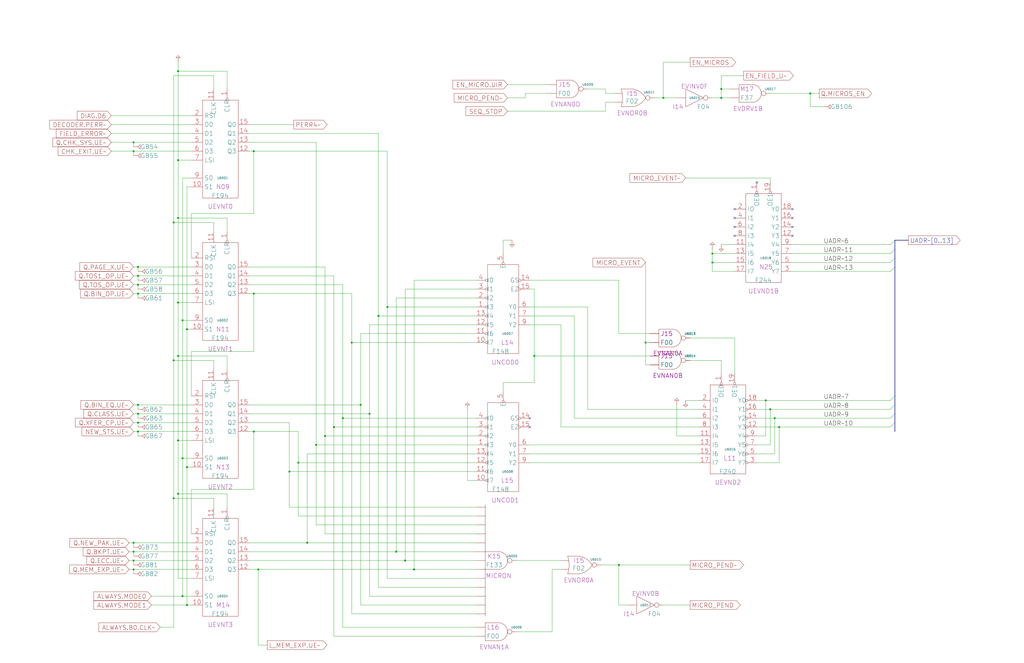
<source format=kicad_sch>
(kicad_sch (version 20250114) (generator "eeschema") (generator_version "9.0")
  (paper "User" 584.2 378.46)
  (title_block (title "MICRO EVENT GENERATION") (date "22-MAY-90") (rev "1.0") (comment 1 "SEQUENCER") (comment 2 "232-003064") (comment 3 "S400") (comment 4 "RELEASED"))
  (lib_symbols
    (symbol "r1000:F00" (pin_numbers (hide yes)) (pin_names (hide yes))
      (property "Reference" "U" (at 15.24 0 0))
      (property "Value" "F00" (at 1.905 -5.08 0))
      (property "Location" "___" (at 1.905 0 0))
      (property "Name" "______" (at 2.54 -12.7 0))
      (symbol "F00_0_1"
        (polyline (pts (xy -2.54 2.54) (xy -2.54 -7.62)) (stroke (width 0.1524)))
        (polyline (pts (xy -2.54 2.54) (xy 5.08 2.54)) (stroke (width 0.1524)))
        (polyline (pts (xy -2.54 -7.62) (xy 5.08 -7.62)) (stroke (width 0.1524)))
        (arc (start 5.08 2.54) (mid 10.1281 -2.54) (end 5.08 -7.62) (stroke (width 0.1524)))
        (circle (center 11.43 -2.54) (radius 1.27) (stroke (width 0.1524)))
      )
      (symbol "F00_0_2"
        (arc (start -3.175 2.54) (mid -2.134 -2.54) (end -3.175 -7.62) (stroke (width 0.1524)))
        (circle (center -3.81 0) (radius 1.27) (stroke (width 0.1524)))
        (circle (center -3.81 -5.08) (radius 1.27) (stroke (width 0.1524)))
        (polyline (pts (xy -3.175 2.54) (xy 3.81 2.54)) (stroke (width 0.1524)))
        (polyline (pts (xy -3.175 -7.62) (xy 3.81 -7.62)) (stroke (width 0.1524)))
        (arc (start 3.81 2.54) (mid 7.5828 0.7472) (end 10.16 -2.54) (stroke (width 0.1524)))
        (arc (start 10.16 -2.54) (mid 7.5855 -5.8306) (end 3.81 -7.62) (stroke (width 0.1524)))
      )
      (symbol "F00_1_1"
        (pin input line (at -7.62 0 0) (length 5.08) (name "D0") (number "1"))
        (pin input line (at -7.62 -5.08 0) (length 5.08) (name "D1") (number "2"))
        (pin output line (at 15.24 -2.54 180) (length 2.54) (name "Q") (number "3"))
      )
      (symbol "F00_1_2"
        (pin input line (at -7.62 0 0) (length 2.54) (name "D0") (number "1"))
        (pin input line (at -7.62 -5.08 0) (length 2.54) (name "D1") (number "2"))
        (pin output line (at 15.24 -2.54 180) (length 5.08) (name "Q") (number "3"))
      )
    )
    (symbol "r1000:F02" (pin_numbers (hide yes)) (pin_names (hide yes))
      (property "Reference" "U" (at 12.16 0.635 0))
      (property "Value" "F02" (at -1.27 -4.445 0))
      (property "Location" "___" (at 2.54 0 0))
      (property "Name" "______" (at 2.54 -12.7 0))
      (symbol "F02_0_1"
        (arc (start -3.81 2.54) (mid -2.9847 -2.54) (end -3.81 -7.62) (stroke (width 0.1524)))
        (polyline (pts (xy -5.08 0) (xy -3.175 0)) (stroke (width 0.1524)))
        (polyline (pts (xy -5.08 -5.08) (xy -3.175 -5.08)) (stroke (width 0.1524)))
        (polyline (pts (xy -3.81 2.54) (xy 2.54 2.54)) (stroke (width 0.1524)))
        (polyline (pts (xy -3.81 -7.62) (xy 2.54 -7.62)) (stroke (width 0.1524)))
        (arc (start 2.54 2.54) (mid 6.9477 0.8966) (end 10.16 -2.54) (stroke (width 0.1524)))
        (arc (start 10.16 -2.54) (mid 6.9515 -5.9823) (end 2.54 -7.62) (stroke (width 0.1524)))
        (circle (center 11.43 -2.54) (radius 1.27) (stroke (width 0.1524)))
        (polyline (pts (xy 13.97 -2.54) (xy 12.7 -2.54)) (stroke (width 0.1524)))
      )
      (symbol "F02_0_2"
        (circle (center -3.81 0) (radius 1.27) (stroke (width 0.1524)))
        (circle (center -3.81 -5.08) (radius 1.27) (stroke (width 0.1524)))
        (polyline (pts (xy -2.54 2.54) (xy -2.54 -7.62)) (stroke (width 0.1524)))
        (polyline (pts (xy -2.54 2.54) (xy 5.08 2.54)) (stroke (width 0.1524)))
        (polyline (pts (xy -2.54 -7.62) (xy 5.08 -7.62)) (stroke (width 0.1524)))
        (arc (start 5.08 2.54) (mid 10.1281 -2.54) (end 5.08 -7.62) (stroke (width 0.1524)))
        (polyline (pts (xy 11.43 -2.54) (xy 10.16 -2.54)) (stroke (width 0.1524)))
        (polyline (pts (xy 11.43 -2.54) (xy 12.7 -2.54)) (stroke (width 0.1524)))
      )
      (symbol "F02_1_1"
        (pin input line (at -7.62 0 0) (length 2.54) (name "D0") (number "1"))
        (pin input line (at -7.62 -5.08 0) (length 2.54) (name "D1") (number "2"))
        (pin output line (at 15.24 -2.54 180) (length 1.27) (name "Q") (number "3"))
      )
      (symbol "F02_1_2"
        (pin input line (at -7.62 0 0) (length 2.54) (name "D0") (number "1"))
        (pin input line (at -7.62 -5.08 0) (length 2.54) (name "D1") (number "2"))
        (pin output line (at 15.24 -2.54 180) (length 2.54) (name "Q") (number "3"))
      )
    )
    (symbol "r1000:F04" (pin_numbers (hide yes)) (pin_names (hide yes))
      (property "Reference" "U" (at 0 0 0))
      (property "Value" "F04" (at 1.27 -5.08 0))
      (property "Location" "___" (at -12.7 -5.08 0))
      (property "Name" "______" (at 0 5.08 0))
      (symbol "F04_0_1"
        (polyline (pts (xy -7.62 0) (xy -5.08 0)) (stroke (width 0.1524)))
        (polyline (pts (xy -5.08 5.08) (xy -5.08 -5.08)) (stroke (width 0.1524)))
        (polyline (pts (xy 5.08 0) (xy -5.08 5.08)) (stroke (width 0.1524)))
        (polyline (pts (xy 5.08 0) (xy -5.08 -5.08)) (stroke (width 0.1524)))
        (circle (center 6.35 0) (radius 1.27) (stroke (width 0.1524)))
      )
      (symbol "F04_1_1"
        (pin input line (at -10.16 0 0) (length 2.54) (name "D0") (number "1"))
        (pin output line (at 10.16 0 180) (length 2.54) (name "Q") (number "2"))
      )
    )
    (symbol "r1000:F133" (pin_numbers (hide yes)) (pin_names (hide yes))
      (property "Reference" "U" (at 12.7 2.54 0))
      (property "Value" "F133" (at 2.54 -2.54 0))
      (property "Location" "___" (at 2.54 2.54 0))
      (property "Name" "______" (at 5.08 -10.16 0))
      (symbol "F133_0_0"
        (polyline (pts (xy -2.54 5.08) (xy 5.08 5.08)) (stroke (width 0.1524)))
        (polyline (pts (xy -2.54 -5.08) (xy 5.08 -5.08)) (stroke (width 0.1524)))
        (arc (start 5.08 5.08) (mid 8.6721 3.5921) (end 10.16 0) (stroke (width 0.1524)))
        (arc (start 10.16 0) (mid 8.6721 -3.5921) (end 5.08 -5.08) (stroke (width 0.1524)))
        (circle (center 11.43 0) (radius 1.27) (stroke (width 0.1524)))
      )
      (symbol "F133_0_1"
        (polyline (pts (xy -2.54 31.75) (xy -2.54 17.78)) (stroke (width 0.1524)))
        (polyline (pts (xy -2.54 17.78) (xy -2.54 17.145)) (stroke (width 0.1524)))
        (polyline (pts (xy -2.54 17.145) (xy -2.54 7.62)) (stroke (width 0.1524)))
        (polyline (pts (xy -2.54 7.62) (xy -2.54 5.08)) (stroke (width 0.1524)))
        (polyline (pts (xy -2.54 5.08) (xy -2.54 -5.08)) (stroke (width 0.1524)))
        (polyline (pts (xy -2.54 -5.08) (xy -2.54 -7.62)) (stroke (width 0.1524)))
        (polyline (pts (xy -2.54 -7.62) (xy -2.54 -17.78)) (stroke (width 0.1524)))
        (polyline (pts (xy -2.54 -17.78) (xy -2.54 -31.75)) (stroke (width 0.1524)))
      )
      (symbol "F133_1_1"
        (pin input line (at -7.62 30.48 0) (length 5.08) (name "D0") (number "10"))
        (pin input line (at -7.62 25.4 0) (length 5.08) (name "D1") (number "11"))
        (pin input line (at -7.62 20.32 0) (length 5.08) (name "D2") (number "12"))
        (pin input line (at -7.62 15.24 0) (length 5.08) (name "D3") (number "13"))
        (pin input line (at -7.62 10.16 0) (length 5.08) (name "D4") (number "14"))
        (pin input line (at -7.62 5.08 0) (length 5.08) (name "D5") (number "15"))
        (pin input line (at -7.62 0 0) (length 5.08) (name "D6") (number "1"))
        (pin input line (at -7.62 -5.08 0) (length 5.08) (name "D7") (number "2"))
        (pin input line (at -7.62 -10.16 0) (length 5.08) (name "D8") (number "3"))
        (pin input line (at -7.62 -15.24 0) (length 5.08) (name "D9") (number "4"))
        (pin input line (at -7.62 -20.32 0) (length 5.08) (name "D10") (number "5"))
        (pin input line (at -7.62 -25.4 0) (length 5.08) (name "D11") (number "6"))
        (pin input line (at -7.62 -30.48 0) (length 5.08) (name "D12") (number "7"))
        (pin output line (at 15.24 0 180) (length 2.54) (name "Q") (number "8"))
      )
    )
    (symbol "r1000:F148" (pin_names (offset 1.016))
      (property "Reference" "U" (at 2.54 5.08 0))
      (property "Value" "F148" (at -6.35 -5.08 0))
      (property "Location" "___" (at -1.27 0 0))
      (property "Name" "______" (at 1.27 -12.7 0))
      (symbol "F148_1_1"
        (circle (center -9.525 35.56) (radius 0.635))
        (circle (center -9.525 30.48) (radius 0.635))
        (circle (center -9.525 25.4) (radius 0.635))
        (circle (center -9.525 20.32) (radius 0.635))
        (circle (center -9.525 15.24) (radius 0.635))
        (circle (center -9.525 10.16) (radius 0.635))
        (circle (center -9.525 5.08) (radius 0.635))
        (circle (center -9.525 0) (radius 0.635))
        (rectangle (start -8.89 44.45) (end 8.89 -6.35))
        (circle (center 0 45.085) (radius 0.635))
        (circle (center 9.525 35.56) (radius 0.635))
        (circle (center 9.525 30.48) (radius 0.635))
        (pin input line (at -15.24 35.56 0) (length 5.08) (name "I0") (number "4"))
        (pin input line (at -15.24 30.48 0) (length 5.08) (name "I1") (number "3"))
        (pin input line (at -15.24 25.4 0) (length 5.08) (name "I2") (number "2"))
        (pin input line (at -15.24 20.32 0) (length 5.08) (name "I3") (number "1"))
        (pin input line (at -15.24 15.24 0) (length 5.08) (name "I4") (number "13"))
        (pin input line (at -15.24 10.16 0) (length 5.08) (name "I5") (number "12"))
        (pin input line (at -15.24 5.08 0) (length 5.08) (name "I6") (number "11"))
        (pin input line (at -15.24 0 0) (length 5.08) (name "I7") (number "10"))
        (pin input line (at 0 50.8 270) (length 5.08) (name "E") (number "5"))
        (pin output line (at 15.24 35.56 180) (length 5.08) (name "GS") (number "14"))
        (pin output line (at 15.24 30.48 180) (length 5.08) (name "EZ") (number "15"))
        (pin output line (at 15.24 20.32 180) (length 6.35) (name "Y0") (number "6"))
        (pin output line (at 15.24 15.24 180) (length 6.35) (name "Y1") (number "7"))
        (pin output line (at 15.24 10.16 180) (length 6.35) (name "Y2") (number "9"))
      )
    )
    (symbol "r1000:F194" (pin_names (offset 1.016))
      (property "Reference" "U" (at 2.54 5.08 0))
      (property "Value" "F194" (at -3.81 -5.08 0))
      (property "Location" "___" (at -1.27 0 0))
      (property "Name" "______" (at 1.27 -12.7 0))
      (symbol "F194_1_1"
        (rectangle (start -8.89 49.53) (end 11.43 -6.35))
        (circle (center 5.08 50.165) (radius 0.635))
        (pin input line (at -15.24 40.64 0) (length 6.35) (name "RSI") (number "2"))
        (pin input line (at -15.24 35.56 0) (length 6.35) (name "D0") (number "3"))
        (pin input line (at -15.24 30.48 0) (length 6.35) (name "D1") (number "4"))
        (pin input line (at -15.24 25.4 0) (length 6.35) (name "D2") (number "5"))
        (pin input line (at -15.24 20.32 0) (length 6.35) (name "D3") (number "6"))
        (pin input line (at -15.24 15.24 0) (length 6.35) (name "LSI") (number "7"))
        (pin input line (at -15.24 5.08 0) (length 6.35) (name "S0") (number "9"))
        (pin input line (at -15.24 0 0) (length 6.35) (name "S1") (number "10"))
        (pin input line (at -2.54 55.88 270) (length 6.35) (name "CLK") (number "11"))
        (pin input line (at 5.08 55.88 270) (length 5.08) (name "CLR") (number "1"))
        (pin output line (at 17.78 35.56 180) (length 6.35) (name "Q0") (number "15"))
        (pin output line (at 17.78 30.48 180) (length 6.35) (name "Q1") (number "14"))
        (pin output line (at 17.78 25.4 180) (length 6.35) (name "Q2") (number "13"))
        (pin output line (at 17.78 20.32 180) (length 6.35) (name "Q3") (number "12"))
      )
    )
    (symbol "r1000:F240" (pin_names (offset 1.016))
      (property "Reference" "U" (at 2.54 5.08 0))
      (property "Value" "F240" (at -3.81 -7.62 0))
      (property "Location" "___" (at -1.27 0 0))
      (property "Name" "______" (at 1.27 -15.24 0))
      (symbol "F240_1_1"
        (rectangle (start -8.89 41.91) (end 11.43 -8.89))
        (circle (center -2.54 42.545) (radius 0.635))
        (circle (center 5.08 42.545) (radius 0.635))
        (circle (center 12.065 33.02) (radius 0.635))
        (circle (center 12.065 27.94) (radius 0.635))
        (circle (center 12.065 22.86) (radius 0.635))
        (circle (center 12.065 17.78) (radius 0.635))
        (circle (center 12.065 12.7) (radius 0.635))
        (circle (center 12.065 7.62) (radius 0.635))
        (circle (center 12.065 2.54) (radius 0.635))
        (circle (center 12.065 -2.54) (radius 0.635))
        (pin input line (at -15.24 33.02 0) (length 6.35) (name "I0") (number "2"))
        (pin input line (at -15.24 27.94 0) (length 6.35) (name "I1") (number "4"))
        (pin input line (at -15.24 22.86 0) (length 6.35) (name "I2") (number "6"))
        (pin input line (at -15.24 17.78 0) (length 6.35) (name "I3") (number "8"))
        (pin input line (at -15.24 12.7 0) (length 6.35) (name "I4") (number "11"))
        (pin input line (at -15.24 7.62 0) (length 6.35) (name "I5") (number "13"))
        (pin input line (at -15.24 2.54 0) (length 6.35) (name "I6") (number "15"))
        (pin input line (at -15.24 -2.54 0) (length 6.35) (name "I7") (number "17"))
        (pin input line (at -2.54 48.26 270) (length 5.08) (name "OE0") (number "1"))
        (pin input line (at 5.08 48.26 270) (length 5.08) (name "OE1") (number "19"))
        (pin tri_state line (at 17.78 33.02 180) (length 5.08) (name "Y0") (number "18"))
        (pin tri_state line (at 17.78 27.94 180) (length 5.08) (name "Y1") (number "16"))
        (pin tri_state line (at 17.78 22.86 180) (length 5.08) (name "Y2") (number "14"))
        (pin tri_state line (at 17.78 17.78 180) (length 5.08) (name "Y3") (number "12"))
        (pin tri_state line (at 17.78 12.7 180) (length 5.08) (name "Y4") (number "9"))
        (pin tri_state line (at 17.78 7.62 180) (length 5.08) (name "Y5") (number "7"))
        (pin tri_state line (at 17.78 2.54 180) (length 5.08) (name "Y6") (number "5"))
        (pin tri_state line (at 17.78 -2.54 180) (length 5.08) (name "Y7") (number "3"))
      )
    )
    (symbol "r1000:F244" (pin_names (offset 1.016))
      (property "Reference" "U" (at 2.54 5.08 0))
      (property "Value" "F244" (at -3.81 -7.62 0))
      (property "Location" "___" (at -1.27 0 0))
      (property "Name" "______" (at 1.27 -15.24 0))
      (symbol "F244_1_1"
        (rectangle (start -8.89 41.91) (end 11.43 -8.89))
        (circle (center -2.54 42.545) (radius 0.635))
        (circle (center 5.08 42.545) (radius 0.635))
        (pin input line (at -15.24 33.02 0) (length 6.35) (name "I0") (number "2"))
        (pin input line (at -15.24 27.94 0) (length 6.35) (name "I1") (number "4"))
        (pin input line (at -15.24 22.86 0) (length 6.35) (name "I2") (number "6"))
        (pin input line (at -15.24 17.78 0) (length 6.35) (name "I3") (number "8"))
        (pin input line (at -15.24 12.7 0) (length 6.35) (name "I4") (number "11"))
        (pin input line (at -15.24 7.62 0) (length 6.35) (name "I5") (number "13"))
        (pin input line (at -15.24 2.54 0) (length 6.35) (name "I6") (number "15"))
        (pin input line (at -15.24 -2.54 0) (length 6.35) (name "I7") (number "17"))
        (pin input line (at -2.54 48.26 270) (length 5.08) (name "OE0") (number "1"))
        (pin input line (at 5.08 48.26 270) (length 5.08) (name "OE1") (number "19"))
        (pin tri_state line (at 17.78 33.02 180) (length 6.35) (name "Y0") (number "18"))
        (pin tri_state line (at 17.78 27.94 180) (length 6.35) (name "Y1") (number "16"))
        (pin tri_state line (at 17.78 22.86 180) (length 6.35) (name "Y2") (number "14"))
        (pin tri_state line (at 17.78 17.78 180) (length 6.35) (name "Y3") (number "12"))
        (pin tri_state line (at 17.78 12.7 180) (length 6.35) (name "Y4") (number "9"))
        (pin tri_state line (at 17.78 7.62 180) (length 6.35) (name "Y5") (number "7"))
        (pin tri_state line (at 17.78 2.54 180) (length 6.35) (name "Y6") (number "5"))
        (pin tri_state line (at 17.78 -2.54 180) (length 6.35) (name "Y7") (number "3"))
      )
    )
    (symbol "r1000:F37" (pin_numbers (hide yes)) (pin_names (offset 0) (hide yes))
      (property "Reference" "U" (at 15.24 0 0))
      (property "Value" "F37" (at 1.905 -5.08 0))
      (property "Location" "___" (at 1.905 0 0))
      (property "Name" "______" (at 2.54 -12.7 0))
      (symbol "F37_0_1"
        (polyline (pts (xy -2.54 2.54) (xy -2.54 -7.62)) (stroke (width 0.1524)))
        (polyline (pts (xy -2.54 2.54) (xy 5.08 2.54)) (stroke (width 0.1524)))
        (polyline (pts (xy -2.54 -7.62) (xy 5.08 -7.62)) (stroke (width 0.1524)))
        (arc (start 5.08 2.54) (mid 10.1281 -2.54) (end 5.08 -7.62) (stroke (width 0.1524)))
        (circle (center 11.43 -2.54) (radius 1.27) (stroke (width 0.1524)))
      )
      (symbol "F37_0_2"
        (arc (start -3.175 2.54) (mid -2.134 -2.54) (end -3.175 -7.62) (stroke (width 0.1524)))
        (circle (center -3.81 0) (radius 1.27) (stroke (width 0.1524)))
        (circle (center -3.81 -5.08) (radius 1.27) (stroke (width 0.1524)))
        (polyline (pts (xy -3.175 2.54) (xy 3.81 2.54)) (stroke (width 0.1524)))
        (polyline (pts (xy -3.175 -7.62) (xy 3.81 -7.62)) (stroke (width 0.1524)))
        (arc (start 3.81 2.54) (mid 7.5828 0.7472) (end 10.16 -2.54) (stroke (width 0.1524)))
        (arc (start 10.16 -2.54) (mid 7.5855 -5.8306) (end 3.81 -7.62) (stroke (width 0.1524)))
      )
      (symbol "F37_1_1"
        (pin input line (at -7.62 0 0) (length 5.08) (name "D0") (number "1"))
        (pin input line (at -7.62 -5.08 0) (length 5.08) (name "D1") (number "2"))
        (pin output line (at 15.24 -2.54 180) (length 2.54) (name "Q") (number "3"))
      )
      (symbol "F37_1_2"
        (pin input line (at -7.62 0 0) (length 2.54) (name "D0") (number "1"))
        (pin input line (at -7.62 -5.08 0) (length 2.54) (name "D1") (number "2"))
        (pin output line (at 15.24 -2.54 180) (length 5.08) (name "Q") (number "3"))
      )
    )
    (symbol "r1000:GB" (pin_numbers (hide yes)) (pin_names (offset 0) (hide yes))
      (property "Reference" "GB" (at 3.81 0 0))
      (symbol "GB_0_1"
        (polyline (pts (xy 2.54 0) (xy 3.81 1.27) (xy 3.81 -1.27) (xy 2.54 0)) (stroke (width 0.1524)))
      )
      (symbol "GB_1_1"
        (pin bidirectional line (at 0 0 0) (length 2.54) (name "") (number "1"))
      )
    )
    (symbol "r1000:PD" (power) (pin_numbers (hide yes)) (pin_names (hide yes)) (in_bom no)
      (symbol "PD_0_1"
        (polyline (pts (xy 0 -2.54) (xy 1.27 -2.54) (xy 0 -3.81) (xy -1.27 -2.54) (xy 0 -2.54)) (stroke (width 0.1524)))
      )
      (symbol "PD_1_1"
        (pin power_in line (at 0 0 270) (length 2.54) (name "PD") (number "1"))
      )
    )
    (symbol "r1000:PU" (power) (pin_numbers (hide yes)) (pin_names (hide yes))
      (symbol "PU_0_1"
        (polyline (pts (xy 0 2.54) (xy -1.27 2.54) (xy 0 3.81) (xy 1.27 2.54) (xy 0 2.54)) (stroke (width 0.1524)))
      )
      (symbol "PU_1_1"
        (pin power_in line (at 0 0 90) (length 2.54) (name "PU") (number "1"))
      )
    )
  )
  (junction (at 99.06 284.48))
  (junction (at 106.68 345.44))
  (junction (at 78.74 157.48))
  (junction (at 236.22 325.12))
  (junction (at 147.32 325.12))
  (junction (at 78.74 231.14))
  (junction (at 76.2 314.96))
  (junction (at 165.1 269.24))
  (junction (at 101.6 124.46))
  (junction (at 101.6 40.64))
  (junction (at 226.06 314.96))
  (junction (at 76.2 309.88))
  (junction (at 101.6 251.46))
  (junction (at 104.14 340.36))
  (junction (at 101.6 91.44))
  (junction (at 175.26 309.88))
  (junction (at 76.2 81.28))
  (junction (at 101.6 203.2))
  (junction (at 215.9 180.34))
  (junction (at 170.18 264.16))
  (junction (at 210.82 236.22))
  (junction (at 220.98 175.26))
  (junction (at 406.4 144.78))
  (junction (at 231.14 320.04))
  (junction (at 436.88 228.6))
  (junction (at 144.78 86.36))
  (junction (at 185.42 248.92))
  (junction (at 180.34 254))
  (junction (at 144.78 167.64))
  (junction (at 200.66 195.58))
  (junction (at 78.74 236.22))
  (junction (at 78.74 241.3))
  (junction (at 76.2 320.04))
  (junction (at 99.06 205.74))
  (junction (at 104.14 182.88))
  (junction (at 378.46 55.88))
  (junction (at 78.74 246.38))
  (junction (at 411.48 55.88))
  (junction (at 353.06 322.58))
  (junction (at 78.74 162.56))
  (junction (at 441.96 238.76))
  (junction (at 195.58 238.76))
  (junction (at 411.48 50.8))
  (junction (at 78.74 152.4))
  (junction (at 144.78 246.38))
  (junction (at 76.2 325.12))
  (junction (at 101.6 172.72))
  (junction (at 205.74 231.14))
  (junction (at 99.06 127))
  (junction (at 406.4 149.86))
  (junction (at 101.6 281.94))
  (junction (at 190.5 243.84))
  (junction (at 76.2 86.36))
  (junction (at 304.8 203.2))
  (junction (at 439.42 233.68))
  (junction (at 78.74 167.64))
  (junction (at 104.14 261.62))
  (junction (at 106.68 266.7))
  (junction (at 444.5 243.84))
  (junction (at 462.28 53.34))
  (junction (at 368.3 195.58))
  (junction (at 106.68 187.96))
  (no_connect (at 452.12 119.38))
  (no_connect (at 452.12 134.62))
  (no_connect (at 452.12 129.54))
  (no_connect (at 431.8 104.14))
  (no_connect (at 302.26 238.76))
  (no_connect (at 302.26 243.84))
  (no_connect (at 452.12 124.46))
  (no_connect (at 419.1 129.54))
  (no_connect (at 419.1 119.38))
  (no_connect (at 419.1 124.46))
  (no_connect (at 419.1 134.62))
  (bus_entry (at 510.54 147.32) (size -2.54 2.54))
  (bus_entry (at 510.54 137.16) (size -2.54 2.54))
  (bus_entry (at 510.54 152.4) (size -2.54 2.54))
  (bus_entry (at 510.54 241.3) (size -2.54 2.54))
  (bus_entry (at 510.54 236.22) (size -2.54 2.54))
  (bus_entry (at 510.54 231.14) (size -2.54 2.54))
  (bus_entry (at 510.54 142.24) (size -2.54 2.54))
  (bus_entry (at 510.54 226.06) (size -2.54 2.54))
  (wire (pts (xy 302.26 185.42) (xy 320.04 185.42)))
  (wire (pts (xy 266.7 274.32) (xy 266.7 233.68)))
  (wire (pts (xy 220.98 175.26) (xy 220.98 330.2)))
  (wire (pts (xy 76.2 320.04) (xy 109.22 320.04)))
  (wire (pts (xy 335.28 50.8) (xy 345.44 50.8)))
  (wire (pts (xy 220.98 86.36) (xy 220.98 175.26)))
  (wire (pts (xy 109.22 304.8) (xy 109.22 279.4)))
  (wire (pts (xy 142.24 231.14) (xy 205.74 231.14)))
  (wire (pts (xy 439.42 254) (xy 439.42 233.68)))
  (wire (pts (xy 99.06 284.48) (xy 99.06 205.74)))
  (wire (pts (xy 73.66 309.88) (xy 76.2 309.88)))
  (wire (pts (xy 271.78 259.08) (xy 175.26 259.08)))
  (wire (pts (xy 106.68 266.7) (xy 109.22 266.7)))
  (wire (pts (xy 226.06 170.18) (xy 226.06 314.96)))
  (wire (pts (xy 165.1 269.24) (xy 165.1 289.56)))
  (wire (pts (xy 76.2 320.04) (xy 76.2 322.58)))
  (wire (pts (xy 378.46 35.56) (xy 378.46 55.88)))
  (wire (pts (xy 63.5 76.2) (xy 109.22 76.2)))
  (wire (pts (xy 436.88 228.6) (xy 508 228.6)))
  (wire (pts (xy 271.78 165.1) (xy 231.14 165.1)))
  (wire (pts (xy 411.48 50.8) (xy 411.48 55.88)))
  (wire (pts (xy 144.78 246.38) (xy 170.18 246.38)))
  (wire (pts (xy 185.42 152.4) (xy 185.42 248.92)))
  (wire (pts (xy 271.78 185.42) (xy 210.82 185.42)))
  (wire (pts (xy 190.5 243.84) (xy 190.5 363.22)))
  (wire (pts (xy 76.2 157.48) (xy 78.74 157.48)))
  (wire (pts (xy 76.2 86.36) (xy 76.2 88.9)))
  (wire (pts (xy 304.8 203.2) (xy 304.8 165.1)))
  (wire (pts (xy 109.22 340.36) (xy 104.14 340.36)))
  (wire (pts (xy 78.74 231.14) (xy 78.74 233.68)))
  (wire (pts (xy 63.5 81.28) (xy 76.2 81.28)))
  (wire (pts (xy 78.74 162.56) (xy 109.22 162.56)))
  (wire (pts (xy 78.74 157.48) (xy 78.74 160.02)))
  (wire (pts (xy 76.2 236.22) (xy 78.74 236.22)))
  (wire (pts (xy 335.28 175.26) (xy 335.28 233.68)))
  (wire (pts (xy 210.82 236.22) (xy 210.82 340.36)))
  (wire (pts (xy 147.32 325.12) (xy 147.32 368.3)))
  (wire (pts (xy 353.06 190.5) (xy 353.06 160.02)))
  (wire (pts (xy 106.68 345.44) (xy 106.68 266.7)))
  (wire (pts (xy 180.34 299.72) (xy 271.78 299.72)))
  (wire (pts (xy 142.24 309.88) (xy 175.26 309.88)))
  (wire (pts (xy 101.6 203.2) (xy 101.6 251.46)))
  (wire (pts (xy 289.56 63.5) (xy 345.44 63.5)))
  (wire (pts (xy 121.92 205.74) (xy 121.92 210.82)))
  (wire (pts (xy 142.24 325.12) (xy 147.32 325.12)))
  (wire (pts (xy 462.28 60.96) (xy 462.28 53.34)))
  (wire (pts (xy 78.74 152.4) (xy 78.74 154.94)))
  (wire (pts (xy 109.22 121.92) (xy 144.78 121.92)))
  (wire (pts (xy 304.8 218.44) (xy 304.8 203.2)))
  (wire (pts (xy 386.08 248.92) (xy 386.08 231.14)))
  (wire (pts (xy 431.8 243.84) (xy 444.5 243.84)))
  (wire (pts (xy 76.2 325.12) (xy 76.2 327.66)))
  (wire (pts (xy 104.14 101.6) (xy 104.14 182.88)))
  (wire (pts (xy 406.4 154.94) (xy 406.4 149.86)))
  (wire (pts (xy 431.8 248.92) (xy 436.88 248.92)))
  (wire (pts (xy 63.5 66.04) (xy 109.22 66.04)))
  (wire (pts (xy 99.06 205.74) (xy 121.92 205.74)))
  (wire (pts (xy 170.18 246.38) (xy 170.18 264.16)))
  (wire (pts (xy 335.28 233.68) (xy 398.78 233.68)))
  (wire (pts (xy 353.06 322.58) (xy 393.7 322.58)))
  (wire (pts (xy 109.22 182.88) (xy 104.14 182.88)))
  (wire (pts (xy 121.92 127) (xy 99.06 127)))
  (wire (pts (xy 431.8 254) (xy 439.42 254)))
  (wire (pts (xy 271.78 190.5) (xy 205.74 190.5)))
  (wire (pts (xy 129.54 289.56) (xy 129.54 281.94)))
  (wire (pts (xy 289.56 48.26) (xy 312.42 48.26)))
  (wire (pts (xy 419.1 154.94) (xy 406.4 154.94)))
  (wire (pts (xy 104.14 182.88) (xy 104.14 261.62)))
  (wire (pts (xy 271.78 243.84) (xy 190.5 243.84)))
  (wire (pts (xy 78.74 152.4) (xy 109.22 152.4)))
  (wire (pts (xy 101.6 124.46) (xy 101.6 172.72)))
  (wire (pts (xy 142.24 71.12) (xy 167.64 71.12)))
  (wire (pts (xy 236.22 160.02) (xy 236.22 325.12)))
  (wire (pts (xy 76.2 309.88) (xy 109.22 309.88)))
  (wire (pts (xy 299.72 53.34) (xy 299.72 55.88)))
  (wire (pts (xy 180.34 254) (xy 180.34 299.72)))
  (wire (pts (xy 342.9 322.58) (xy 353.06 322.58)))
  (wire (pts (xy 142.24 157.48) (xy 190.5 157.48)))
  (wire (pts (xy 327.66 180.34) (xy 327.66 238.76)))
  (wire (pts (xy 73.66 325.12) (xy 76.2 325.12)))
  (wire (pts (xy 431.8 228.6) (xy 436.88 228.6)))
  (wire (pts (xy 78.74 241.3) (xy 78.74 243.84)))
  (wire (pts (xy 180.34 81.28) (xy 180.34 254)))
  (wire (pts (xy 271.78 254) (xy 180.34 254)))
  (wire (pts (xy 165.1 241.3) (xy 165.1 269.24)))
  (wire (pts (xy 142.24 81.28) (xy 180.34 81.28)))
  (wire (pts (xy 63.5 71.12) (xy 109.22 71.12)))
  (wire (pts (xy 231.14 320.04) (xy 271.78 320.04)))
  (wire (pts (xy 109.22 187.96) (xy 106.68 187.96)))
  (wire (pts (xy 78.74 236.22) (xy 109.22 236.22)))
  (wire (pts (xy 195.58 358.14) (xy 271.78 358.14)))
  (wire (pts (xy 271.78 238.76) (xy 195.58 238.76)))
  (bus (pts (xy 510.54 231.14) (xy 510.54 236.22)))
  (wire (pts (xy 101.6 35.56) (xy 101.6 40.64)))
  (wire (pts (xy 170.18 264.16) (xy 170.18 294.64)))
  (wire (pts (xy 129.54 40.64) (xy 101.6 40.64)))
  (wire (pts (xy 378.46 55.88) (xy 386.08 55.88)))
  (wire (pts (xy 424.18 43.18) (xy 411.48 43.18)))
  (wire (pts (xy 236.22 325.12) (xy 271.78 325.12)))
  (wire (pts (xy 452.12 139.7) (xy 508 139.7)))
  (wire (pts (xy 210.82 340.36) (xy 271.78 340.36)))
  (wire (pts (xy 345.44 53.34) (xy 345.44 50.8)))
  (wire (pts (xy 320.04 325.12) (xy 314.96 325.12)))
  (wire (pts (xy 302.26 180.34) (xy 327.66 180.34)))
  (wire (pts (xy 142.24 162.56) (xy 195.58 162.56)))
  (wire (pts (xy 129.54 132.08) (xy 129.54 124.46)))
  (wire (pts (xy 101.6 172.72) (xy 101.6 203.2)))
  (wire (pts (xy 144.78 86.36) (xy 142.24 86.36)))
  (wire (pts (xy 398.78 248.92) (xy 386.08 248.92)))
  (wire (pts (xy 200.66 350.52) (xy 271.78 350.52)))
  (wire (pts (xy 76.2 81.28) (xy 109.22 81.28)))
  (wire (pts (xy 302.26 175.26) (xy 335.28 175.26)))
  (wire (pts (xy 271.78 180.34) (xy 215.9 180.34)))
  (wire (pts (xy 121.92 43.18) (xy 99.06 43.18)))
  (wire (pts (xy 406.4 144.78) (xy 406.4 142.24)))
  (wire (pts (xy 76.2 314.96) (xy 109.22 314.96)))
  (wire (pts (xy 205.74 231.14) (xy 205.74 345.44)))
  (wire (pts (xy 431.8 233.68) (xy 439.42 233.68)))
  (wire (pts (xy 271.78 175.26) (xy 220.98 175.26)))
  (wire (pts (xy 101.6 40.64) (xy 101.6 91.44)))
  (wire (pts (xy 452.12 144.78) (xy 508 144.78)))
  (wire (pts (xy 129.54 50.8) (xy 129.54 40.64)))
  (wire (pts (xy 406.4 144.78) (xy 419.1 144.78)))
  (wire (pts (xy 441.96 259.08) (xy 441.96 238.76)))
  (wire (pts (xy 78.74 246.38) (xy 78.74 248.92)))
  (wire (pts (xy 142.24 236.22) (xy 210.82 236.22)))
  (wire (pts (xy 350.52 58.42) (xy 345.44 58.42)))
  (bus (pts (xy 510.54 137.16) (xy 510.54 142.24)))
  (wire (pts (xy 78.74 167.64) (xy 78.74 170.18)))
  (wire (pts (xy 78.74 157.48) (xy 109.22 157.48)))
  (wire (pts (xy 439.42 53.34) (xy 462.28 53.34)))
  (wire (pts (xy 200.66 195.58) (xy 200.66 350.52)))
  (wire (pts (xy 215.9 76.2) (xy 215.9 180.34)))
  (bus (pts (xy 510.54 241.3) (xy 510.54 246.38)))
  (wire (pts (xy 76.2 167.64) (xy 78.74 167.64)))
  (bus (pts (xy 510.54 226.06) (xy 510.54 231.14)))
  (wire (pts (xy 144.78 279.4) (xy 144.78 246.38)))
  (wire (pts (xy 144.78 86.36) (xy 220.98 86.36)))
  (wire (pts (xy 175.26 259.08) (xy 175.26 309.88)))
  (wire (pts (xy 104.14 340.36) (xy 104.14 261.62)))
  (wire (pts (xy 200.66 167.64) (xy 200.66 195.58)))
  (wire (pts (xy 452.12 149.86) (xy 508 149.86)))
  (wire (pts (xy 76.2 246.38) (xy 78.74 246.38)))
  (wire (pts (xy 431.8 264.16) (xy 444.5 264.16)))
  (wire (pts (xy 109.22 279.4) (xy 144.78 279.4)))
  (wire (pts (xy 121.92 284.48) (xy 99.06 284.48)))
  (wire (pts (xy 271.78 195.58) (xy 200.66 195.58)))
  (wire (pts (xy 76.2 325.12) (xy 109.22 325.12)))
  (wire (pts (xy 142.24 76.2) (xy 215.9 76.2)))
  (wire (pts (xy 391.16 101.6) (xy 439.42 101.6)))
  (wire (pts (xy 144.78 167.64) (xy 200.66 167.64)))
  (wire (pts (xy 205.74 190.5) (xy 205.74 231.14)))
  (wire (pts (xy 350.52 53.34) (xy 345.44 53.34)))
  (wire (pts (xy 444.5 243.84) (xy 508 243.84)))
  (wire (pts (xy 304.8 203.2) (xy 370.84 203.2)))
  (wire (pts (xy 142.24 320.04) (xy 231.14 320.04)))
  (wire (pts (xy 142.24 167.64) (xy 144.78 167.64)))
  (wire (pts (xy 121.92 50.8) (xy 121.92 43.18)))
  (wire (pts (xy 152.4 368.3) (xy 147.32 368.3)))
  (wire (pts (xy 147.32 325.12) (xy 236.22 325.12)))
  (wire (pts (xy 416.56 50.8) (xy 411.48 50.8)))
  (wire (pts (xy 104.14 261.62) (xy 109.22 261.62)))
  (wire (pts (xy 170.18 294.64) (xy 271.78 294.64)))
  (wire (pts (xy 271.78 248.92) (xy 185.42 248.92)))
  (wire (pts (xy 431.8 238.76) (xy 441.96 238.76)))
  (wire (pts (xy 411.48 139.7) (xy 419.1 139.7)))
  (wire (pts (xy 121.92 289.56) (xy 121.92 284.48)))
  (wire (pts (xy 142.24 314.96) (xy 226.06 314.96)))
  (wire (pts (xy 406.4 55.88) (xy 411.48 55.88)))
  (wire (pts (xy 294.64 360.68) (xy 314.96 360.68)))
  (wire (pts (xy 419.1 193.04) (xy 419.1 213.36)))
  (wire (pts (xy 78.74 231.14) (xy 109.22 231.14)))
  (wire (pts (xy 314.96 325.12) (xy 314.96 360.68)))
  (wire (pts (xy 327.66 238.76) (xy 398.78 238.76)))
  (wire (pts (xy 106.68 106.68) (xy 106.68 187.96)))
  (wire (pts (xy 76.2 81.28) (xy 76.2 83.82)))
  (wire (pts (xy 220.98 330.2) (xy 271.78 330.2)))
  (wire (pts (xy 231.14 165.1) (xy 231.14 320.04)))
  (wire (pts (xy 175.26 309.88) (xy 271.78 309.88)))
  (wire (pts (xy 441.96 238.76) (xy 508 238.76)))
  (wire (pts (xy 99.06 127) (xy 99.06 205.74)))
  (wire (pts (xy 271.78 160.02) (xy 236.22 160.02)))
  (wire (pts (xy 76.2 162.56) (xy 78.74 162.56)))
  (wire (pts (xy 271.78 274.32) (xy 266.7 274.32)))
  (wire (pts (xy 86.36 340.36) (xy 104.14 340.36)))
  (wire (pts (xy 142.24 152.4) (xy 185.42 152.4)))
  (wire (pts (xy 101.6 91.44) (xy 101.6 124.46)))
  (wire (pts (xy 320.04 185.42) (xy 320.04 243.84)))
  (wire (pts (xy 109.22 147.32) (xy 109.22 121.92)))
  (wire (pts (xy 373.38 55.88) (xy 378.46 55.88)))
  (wire (pts (xy 210.82 185.42) (xy 210.82 236.22)))
  (wire (pts (xy 109.22 101.6) (xy 104.14 101.6)))
  (wire (pts (xy 205.74 345.44) (xy 271.78 345.44)))
  (wire (pts (xy 144.78 121.92) (xy 144.78 86.36)))
  (wire (pts (xy 271.78 264.16) (xy 170.18 264.16)))
  (wire (pts (xy 109.22 345.44) (xy 106.68 345.44)))
  (wire (pts (xy 63.5 86.36) (xy 76.2 86.36)))
  (wire (pts (xy 406.4 149.86) (xy 419.1 149.86)))
  (wire (pts (xy 358.14 345.44) (xy 353.06 345.44)))
  (wire (pts (xy 452.12 154.94) (xy 508 154.94)))
  (wire (pts (xy 76.2 314.96) (xy 76.2 317.5)))
  (wire (pts (xy 462.28 53.34) (xy 467.36 53.34)))
  (wire (pts (xy 91.44 358.14) (xy 99.06 358.14)))
  (wire (pts (xy 431.8 259.08) (xy 441.96 259.08)))
  (wire (pts (xy 271.78 269.24) (xy 165.1 269.24)))
  (wire (pts (xy 101.6 203.2) (xy 129.54 203.2)))
  (wire (pts (xy 129.54 203.2) (xy 129.54 210.82)))
  (wire (pts (xy 302.26 254) (xy 398.78 254)))
  (bus (pts (xy 510.54 142.24) (xy 510.54 147.32)))
  (wire (pts (xy 99.06 43.18) (xy 99.06 127)))
  (wire (pts (xy 129.54 281.94) (xy 101.6 281.94)))
  (wire (pts (xy 368.3 208.28) (xy 368.3 195.58)))
  (wire (pts (xy 368.3 149.86) (xy 368.3 195.58)))
  (wire (pts (xy 78.74 236.22) (xy 78.74 238.76)))
  (wire (pts (xy 353.06 160.02) (xy 302.26 160.02)))
  (wire (pts (xy 215.9 335.28) (xy 271.78 335.28)))
  (wire (pts (xy 302.26 264.16) (xy 398.78 264.16)))
  (wire (pts (xy 391.16 228.6) (xy 398.78 228.6)))
  (wire (pts (xy 439.42 101.6) (xy 439.42 104.14)))
  (wire (pts (xy 78.74 241.3) (xy 109.22 241.3)))
  (bus (pts (xy 510.54 236.22) (xy 510.54 241.3)))
  (wire (pts (xy 195.58 162.56) (xy 195.58 238.76)))
  (bus (pts (xy 510.54 152.4) (xy 510.54 226.06)))
  (wire (pts (xy 287.02 144.78) (xy 287.02 137.16)))
  (wire (pts (xy 76.2 231.14) (xy 78.74 231.14)))
  (wire (pts (xy 312.42 53.34) (xy 299.72 53.34)))
  (wire (pts (xy 165.1 289.56) (xy 271.78 289.56)))
  (wire (pts (xy 271.78 170.18) (xy 226.06 170.18)))
  (wire (pts (xy 73.66 314.96) (xy 76.2 314.96)))
  (wire (pts (xy 393.7 35.56) (xy 378.46 35.56)))
  (wire (pts (xy 287.02 223.52) (xy 287.02 218.44)))
  (wire (pts (xy 393.7 205.74) (xy 411.48 205.74)))
  (wire (pts (xy 109.22 200.66) (xy 144.78 200.66)))
  (wire (pts (xy 106.68 187.96) (xy 106.68 266.7)))
  (wire (pts (xy 73.66 320.04) (xy 76.2 320.04)))
  (wire (pts (xy 109.22 91.44) (xy 101.6 91.44)))
  (wire (pts (xy 302.26 259.08) (xy 398.78 259.08)))
  (wire (pts (xy 302.26 165.1) (xy 304.8 165.1)))
  (wire (pts (xy 144.78 200.66) (xy 144.78 167.64)))
  (wire (pts (xy 406.4 149.86) (xy 406.4 144.78)))
  (wire (pts (xy 294.64 320.04) (xy 320.04 320.04)))
  (wire (pts (xy 76.2 309.88) (xy 76.2 312.42)))
  (wire (pts (xy 289.56 55.88) (xy 299.72 55.88)))
  (wire (pts (xy 393.7 193.04) (xy 419.1 193.04)))
  (wire (pts (xy 76.2 241.3) (xy 78.74 241.3)))
  (wire (pts (xy 287.02 218.44) (xy 304.8 218.44)))
  (wire (pts (xy 101.6 251.46) (xy 109.22 251.46)))
  (wire (pts (xy 190.5 157.48) (xy 190.5 243.84)))
  (wire (pts (xy 78.74 246.38) (xy 109.22 246.38)))
  (wire (pts (xy 101.6 281.94) (xy 101.6 251.46)))
  (wire (pts (xy 121.92 132.08) (xy 121.92 127)))
  (wire (pts (xy 78.74 167.64) (xy 109.22 167.64)))
  (wire (pts (xy 76.2 152.4) (xy 78.74 152.4)))
  (wire (pts (xy 411.48 55.88) (xy 416.56 55.88)))
  (wire (pts (xy 444.5 264.16) (xy 444.5 243.84)))
  (wire (pts (xy 86.36 345.44) (xy 106.68 345.44)))
  (wire (pts (xy 99.06 284.48) (xy 99.06 358.14)))
  (wire (pts (xy 287.02 137.16) (xy 292.1 137.16)))
  (wire (pts (xy 439.42 233.68) (xy 508 233.68)))
  (wire (pts (xy 469.9 60.96) (xy 462.28 60.96)))
  (wire (pts (xy 370.84 208.28) (xy 368.3 208.28)))
  (wire (pts (xy 411.48 205.74) (xy 411.48 213.36)))
  (bus (pts (xy 510.54 147.32) (xy 510.54 152.4)))
  (wire (pts (xy 190.5 363.22) (xy 271.78 363.22)))
  (wire (pts (xy 109.22 226.06) (xy 109.22 200.66)))
  (wire (pts (xy 142.24 241.3) (xy 165.1 241.3)))
  (wire (pts (xy 185.42 304.8) (xy 271.78 304.8)))
  (wire (pts (xy 76.2 86.36) (xy 109.22 86.36)))
  (wire (pts (xy 215.9 180.34) (xy 215.9 335.28)))
  (wire (pts (xy 185.42 248.92) (xy 185.42 304.8)))
  (wire (pts (xy 226.06 314.96) (xy 271.78 314.96)))
  (wire (pts (xy 142.24 246.38) (xy 144.78 246.38)))
  (wire (pts (xy 378.46 345.44) (xy 393.7 345.44)))
  (wire (pts (xy 195.58 238.76) (xy 195.58 358.14)))
  (wire (pts (xy 368.3 195.58) (xy 370.84 195.58)))
  (wire (pts (xy 109.22 172.72) (xy 101.6 172.72)))
  (wire (pts (xy 101.6 281.94) (xy 101.6 330.2)))
  (wire (pts (xy 109.22 330.2) (xy 101.6 330.2)))
  (wire (pts (xy 411.48 43.18) (xy 411.48 50.8)))
  (bus (pts (xy 510.54 137.16) (xy 518.16 137.16)))
  (wire (pts (xy 101.6 124.46) (xy 129.54 124.46)))
  (wire (pts (xy 78.74 162.56) (xy 78.74 165.1)))
  (wire (pts (xy 109.22 106.68) (xy 106.68 106.68)))
  (wire (pts (xy 370.84 190.5) (xy 353.06 190.5)))
  (wire (pts (xy 436.88 248.92) (xy 436.88 228.6)))
  (wire (pts (xy 345.44 58.42) (xy 345.44 63.5)))
  (wire (pts (xy 353.06 345.44) (xy 353.06 322.58)))
  (wire (pts (xy 320.04 243.84) (xy 398.78 243.84)))
  (label "UADR~7" (at 469.9 228.6 0) (effects (font (size 2.54 2.54))))
  (label "UADR~13" (at 469.9 154.94 0) (effects (font (size 2.54 2.54))))
  (label "UADR~12" (at 469.9 149.86 0) (effects (font (size 2.54 2.54))))
  (label "UADR~9" (at 469.9 238.76 0) (effects (font (size 2.54 2.54))))
  (label "UADR~6" (at 469.9 139.7 0) (effects (font (size 2.54 2.54))))
  (label "UADR~11" (at 469.9 144.78 0) (effects (font (size 2.54 2.54))))
  (label "UADR~8" (at 469.9 233.68 0) (effects (font (size 2.54 2.54))))
  (label "UADR~10" (at 469.9 243.84 0) (effects (font (size 2.54 2.54))))
  (global_label "L_MEM_EXP.UE~" (shape output) (at 152.4 368.3 0) (effects (font (size 2.54 2.54))) (property "Intersheetrefs" "${INTERSHEET_REFS}" (at 186.4965 368.1413 0) (effects (font (size 1.905 1.905)) (justify left))))
  (global_label "EN_MICRO.UIR" (shape input) (at 289.56 48.26 180) (effects (font (size 2.54 2.54))) (property "Intersheetrefs" "${INTERSHEET_REFS}" (at 258.3664 48.1013 0) (effects (font (size 1.905 1.905)) (justify right))))
  (global_label "Q.MEM_EXP.UE~" (shape input) (at 73.66 325.12 180) (effects (font (size 2.54 2.54))) (property "Intersheetrefs" "${INTERSHEET_REFS}" (at 39.6845 324.9613 0) (effects (font (size 1.905 1.905)) (justify right))))
  (global_label "ALWAYS.B0.CLK~" (shape input) (at 91.44 358.14 180) (effects (font (size 2.54 2.54))) (property "Intersheetrefs" "${INTERSHEET_REFS}" (at 56.3759 357.9813 0) (effects (font (size 1.905 1.905)) (justify right))))
  (global_label "MICRO_PEND~" (shape input) (at 289.56 55.88 180) (effects (font (size 2.54 2.54))) (property "Intersheetrefs" "${INTERSHEET_REFS}" (at 259.0921 55.7213 0) (effects (font (size 1.905 1.905)) (justify right))))
  (global_label "DECODER.PERR~" (shape input) (at 63.5 71.12 180) (effects (font (size 2.54 2.54))) (property "Intersheetrefs" "${INTERSHEET_REFS}" (at 28.315 70.9613 0) (effects (font (size 1.905 1.905)) (justify right))))
  (global_label "Q.BIN_OP.UE~" (shape input) (at 76.2 167.64 180) (effects (font (size 2.54 2.54))) (property "Intersheetrefs" "${INTERSHEET_REFS}" (at 45.974 167.4813 0) (effects (font (size 1.905 1.905)) (justify right))))
  (global_label "MICRO_PEND" (shape output) (at 393.7 345.44 0) (effects (font (size 2.54 2.54))) (property "Intersheetrefs" "${INTERSHEET_REFS}" (at 422.3536 345.2813 0) (effects (font (size 1.905 1.905)) (justify left))))
  (global_label "DIAG.D6" (shape input) (at 63.5 66.04 180) (effects (font (size 2.54 2.54))) (property "Intersheetrefs" "${INTERSHEET_REFS}" (at 44.0388 65.8813 0) (effects (font (size 1.905 1.905)) (justify right))))
  (global_label "Q.TOS_OP.UE~" (shape input) (at 76.2 162.56 180) (effects (font (size 2.54 2.54))) (property "Intersheetrefs" "${INTERSHEET_REFS}" (at 45.3692 162.4013 0) (effects (font (size 1.905 1.905)) (justify right))))
  (global_label "NEW_STS.UE~" (shape input) (at 76.2 246.38 180) (effects (font (size 2.54 2.54))) (property "Intersheetrefs" "${INTERSHEET_REFS}" (at 46.8207 246.2213 0) (effects (font (size 1.905 1.905)) (justify right))))
  (global_label "MICRO_PEND~" (shape output) (at 393.7 322.58 0) (effects (font (size 2.54 2.54))) (property "Intersheetrefs" "${INTERSHEET_REFS}" (at 424.1679 322.4213 0) (effects (font (size 1.905 1.905)) (justify left))))
  (global_label "MICRO_EVENT~" (shape input) (at 391.16 101.6 180) (effects (font (size 2.54 2.54))) (property "Intersheetrefs" "${INTERSHEET_REFS}" (at 359.3616 101.4413 0) (effects (font (size 1.905 1.905)) (justify right))))
  (global_label "UADR~[0..13]" (shape output) (at 518.16 137.16 0) (effects (font (size 2.54 2.54))) (property "Intersheetrefs" "${INTERSHEET_REFS}" (at 547.7812 137.0013 0) (effects (font (size 1.905 1.905)) (justify left))))
  (global_label "Q.MICROS_EN" (shape output) (at 467.36 53.34 0) (effects (font (size 2.54 2.54))) (property "Intersheetrefs" "${INTERSHEET_REFS}" (at 497.2231 53.1813 0) (effects (font (size 1.905 1.905)) (justify left))))
  (global_label "Q.CHK_SYS.UE~" (shape input) (at 63.5 81.28 180) (effects (font (size 2.54 2.54))) (property "Intersheetrefs" "${INTERSHEET_REFS}" (at 30.1292 81.1213 0) (effects (font (size 1.905 1.905)) (justify right))))
  (global_label "Q.NEW_PAK.UE~" (shape input) (at 73.66 309.88 180) (effects (font (size 2.54 2.54))) (property "Intersheetrefs" "${INTERSHEET_REFS}" (at 39.9264 309.7213 0) (effects (font (size 1.905 1.905)) (justify right))))
  (global_label "SEQ_STOP" (shape input) (at 289.56 63.5 180) (effects (font (size 2.54 2.54))) (property "Intersheetrefs" "${INTERSHEET_REFS}" (at 265.8654 63.3413 0) (effects (font (size 1.905 1.905)) (justify right))))
  (global_label "FIELD_ERROR~" (shape input) (at 63.5 76.2 180) (effects (font (size 2.54 2.54))) (property "Intersheetrefs" "${INTERSHEET_REFS}" (at 32.0645 76.0413 0) (effects (font (size 1.905 1.905)) (justify right))))
  (global_label "EN_FIELD_U~" (shape output) (at 424.18 43.18 0) (effects (font (size 2.54 2.54))) (property "Intersheetrefs" "${INTERSHEET_REFS}" (at 452.5917 43.0213 0) (effects (font (size 1.905 1.905)) (justify left))))
  (global_label "Q.BIN_EQ.UE~" (shape input) (at 76.2 231.14 180) (effects (font (size 2.54 2.54))) (property "Intersheetrefs" "${INTERSHEET_REFS}" (at 46.2159 230.9813 0) (effects (font (size 1.905 1.905)) (justify right))))
  (global_label "PERR4~" (shape output) (at 167.64 71.12 0) (effects (font (size 2.54 2.54))) (property "Intersheetrefs" "${INTERSHEET_REFS}" (at 186.6174 70.9613 0) (effects (font (size 1.905 1.905)) (justify left))))
  (global_label "Q.PAGE_X.UE~" (shape input) (at 76.2 152.4 180) (effects (font (size 2.54 2.54))) (property "Intersheetrefs" "${INTERSHEET_REFS}" (at 45.6111 152.2413 0) (effects (font (size 1.905 1.905)) (justify right))))
  (global_label "Q.ECC.UE~" (shape input) (at 73.66 320.04 180) (effects (font (size 2.54 2.54))) (property "Intersheetrefs" "${INTERSHEET_REFS}" (at 49.6026 319.8813 0) (effects (font (size 1.905 1.905)) (justify right))))
  (global_label "EN_MICROS" (shape output) (at 393.7 35.56 0) (effects (font (size 2.54 2.54))) (property "Intersheetrefs" "${INTERSHEET_REFS}" (at 419.6927 35.4013 0) (effects (font (size 1.905 1.905)) (justify left))))
  (global_label "ALWAYS.MODE0" (shape input) (at 86.36 340.36 180) (effects (font (size 2.54 2.54))) (property "Intersheetrefs" "${INTERSHEET_REFS}" (at 53.594 340.2013 0) (effects (font (size 1.905 1.905)) (justify right))))
  (global_label "ALWAYS.MODE1" (shape input) (at 86.36 345.44 180) (effects (font (size 2.54 2.54))) (property "Intersheetrefs" "${INTERSHEET_REFS}" (at 53.594 345.2813 0) (effects (font (size 1.905 1.905)) (justify right))))
  (global_label "MICRO_EVENT" (shape input) (at 368.3 149.86 180) (effects (font (size 2.54 2.54))) (property "Intersheetrefs" "${INTERSHEET_REFS}" (at 338.3159 149.7013 0) (effects (font (size 1.905 1.905)) (justify right))))
  (global_label "Q.BKPT.UE~" (shape input) (at 73.66 314.96 180) (effects (font (size 2.54 2.54))) (property "Intersheetrefs" "${INTERSHEET_REFS}" (at 47.4254 314.8013 0) (effects (font (size 1.905 1.905)) (justify right))))
  (global_label "Q.CLASS.UE~" (shape input) (at 76.2 236.22 180) (effects (font (size 2.54 2.54))) (property "Intersheetrefs" "${INTERSHEET_REFS}" (at 47.9092 236.0613 0) (effects (font (size 1.905 1.905)) (justify right))))
  (global_label "CHK_EXIT.UE~" (shape input) (at 63.5 86.36 180) (effects (font (size 2.54 2.54))) (property "Intersheetrefs" "${INTERSHEET_REFS}" (at 33.153 86.2013 0) (effects (font (size 1.905 1.905)) (justify right))))
  (global_label "Q.TOS1_OP.UE~" (shape input) (at 76.2 157.48 180) (effects (font (size 2.54 2.54))) (property "Intersheetrefs" "${INTERSHEET_REFS}" (at 42.9502 157.3213 0) (effects (font (size 1.905 1.905)) (justify right))))
  (global_label "Q.XFER_CP.UE~" (shape input) (at 76.2 241.3 180) (effects (font (size 2.54 2.54))) (property "Intersheetrefs" "${INTERSHEET_REFS}" (at 43.0711 241.1413 0) (effects (font (size 1.905 1.905)) (justify right))))
  (symbol (lib_id "r1000:PD") (at 391.16 228.6 0) (unit 1) (in_bom no)
    (property "Reference" "#PWR06002" (effects (hide yes)))
    (property "Value" "PD" (effects (hide yes)))
  )
  (symbol (lib_id "r1000:F02") (at 327.66 320.04 0) (unit 1)
    (property "Reference" "U6010" (at 339.82 319.405 0))
    (property "Value" "F02" (at 326.39 324.485 0) (effects (font (size 2.54 2.54)) (justify left)))
    (property "Location" "I15" (at 330.2 320.04 0) (effects (font (size 2.54 2.54))))
    (property "Name" "EVNOR0A" (at 330.2 332.74 0) (effects (font (size 2.54 2.54)) (justify bottom)))
  )
  (symbol (lib_id "r1000:F04") (at 368.3 345.44 0) (unit 1)
    (property "Reference" "U6012" (at 368.3 345.44 0))
    (property "Value" "F04" (at 369.57 350.52 0) (effects (font (size 2.54 2.54)) (justify left)))
    (property "Location" "I14" (at 355.6 350.52 0) (effects (font (size 2.54 2.54)) (justify left)))
    (property "Name" "EVINV0B" (at 368.3 340.36 0) (effects (font (size 2.54 2.54)) (justify bottom)))
  )
  (symbol (lib_id "r1000:F244") (at 434.34 152.4 0) (unit 1)
    (property "Reference" "U6018" (at 436.88 147.32 0))
    (property "Value" "F244" (at 430.53 160.02 0) (effects (font (size 2.54 2.54)) (justify left)))
    (property "Location" "N25" (at 433.07 152.4 0) (effects (font (size 2.54 2.54)) (justify left)))
    (property "Name" "UEVND1B" (at 435.61 167.64 0) (effects (font (size 2.54 2.54)) (justify bottom)))
  )
  (symbol (lib_id "r1000:GB") (at 76.2 312.42 0) (unit 1)
    (property "Reference" "GB73" (at 80.01 312.42 0) (effects (font (size 2.54 2.54)) (justify left)))
    (property "Value" "GB" (effects (hide yes)))
  )
  (symbol (lib_id "r1000:F148") (at 287.02 274.32 0) (unit 1)
    (property "Reference" "U6008" (at 289.56 269.24 0))
    (property "Value" "F148" (at 280.67 279.4 0) (effects (font (size 2.54 2.54)) (justify left)))
    (property "Location" "L15" (at 285.75 274.32 0) (effects (font (size 2.54 2.54)) (justify left)))
    (property "Name" "UNCOD1" (at 288.29 287.02 0) (effects (font (size 2.54 2.54)) (justify bottom)))
  )
  (symbol (lib_id "r1000:PU") (at 386.08 231.14 0) (unit 1)
    (property "Reference" "#PWR06007" (effects (hide yes)))
    (property "Value" "PU" (effects (hide yes)))
  )
  (symbol (lib_id "r1000:PU") (at 266.7 233.68 0) (unit 1)
    (property "Reference" "#PWR06005" (effects (hide yes)))
    (property "Value" "PU" (effects (hide yes)))
  )
  (symbol (lib_id "r1000:GB") (at 76.2 88.9 0) (unit 1)
    (property "Reference" "GB55" (at 80.01 88.9 0) (effects (font (size 2.54 2.54)) (justify left)))
    (property "Value" "GB" (effects (hide yes)))
  )
  (symbol (lib_id "r1000:F194") (at 124.46 187.96 0) (unit 1)
    (property "Reference" "U6002" (at 127 182.88 0))
    (property "Value" "F194" (at 120.65 193.04 0) (effects (font (size 2.54 2.54)) (justify left)))
    (property "Location" "N11" (at 123.19 187.96 0) (effects (font (size 2.54 2.54)) (justify left)))
    (property "Name" "UEVNT1" (at 125.73 200.66 0) (effects (font (size 2.54 2.54)) (justify bottom)))
  )
  (symbol (lib_id "r1000:F00") (at 378.46 190.5 0) (unit 1)
    (property "Reference" "U6013" (at 393.7 190.5 0))
    (property "Value" "F00" (at 380.365 195.58 0) (effects (font (size 2.54 2.54))))
    (property "Location" "J15" (at 380.365 190.5 0) (effects (font (size 2.54 2.54))))
    (property "Name" "EVNAN0A" (at 381 203.2 0) (effects (font (size 2.54 2.54)) (justify bottom)))
  )
  (symbol (lib_id "r1000:GB") (at 78.74 170.18 0) (unit 1)
    (property "Reference" "GB61" (at 82.55 170.18 0) (effects (font (size 2.54 2.54)) (justify left)))
    (property "Value" "GB" (effects (hide yes)))
  )
  (symbol (lib_id "r1000:GB") (at 76.2 317.5 0) (unit 1)
    (property "Reference" "GB77" (at 80.01 317.5 0) (effects (font (size 2.54 2.54)) (justify left)))
    (property "Value" "GB" (effects (hide yes)))
  )
  (symbol (lib_id "r1000:F00") (at 320.04 48.26 0) (unit 1)
    (property "Reference" "U6009" (at 335.28 48.26 0))
    (property "Value" "F00" (at 321.945 53.34 0) (effects (font (size 2.54 2.54))))
    (property "Location" "J15" (at 321.945 48.26 0) (effects (font (size 2.54 2.54))))
    (property "Name" "EVNAN0D" (at 322.58 60.96 0) (effects (font (size 2.54 2.54)) (justify bottom)))
  )
  (symbol (lib_id "r1000:F194") (at 124.46 345.44 0) (unit 1)
    (property "Reference" "U6004" (at 127 340.36 0))
    (property "Value" "F194" (at 120.65 350.52 0) (effects (font (size 2.54 2.54)) (justify left)))
    (property "Location" "M14" (at 123.19 345.44 0) (effects (font (size 2.54 2.54)) (justify left)))
    (property "Name" "UEVNT3" (at 125.73 358.14 0) (effects (font (size 2.54 2.54)) (justify bottom)))
  )
  (symbol (lib_id "r1000:F37") (at 424.18 50.8 0) (unit 1)
    (property "Reference" "U6017" (at 439.42 50.8 0))
    (property "Value" "F37" (at 426.085 55.88 0) (effects (font (size 2.54 2.54))))
    (property "Location" "M17" (at 426.085 50.8 0) (effects (font (size 2.54 2.54))))
    (property "Name" "EVDRV1B" (at 426.72 63.5 0) (effects (font (size 2.54 2.54)) (justify bottom)))
  )
  (symbol (lib_id "r1000:PU") (at 101.6 35.56 0) (unit 1)
    (property "Reference" "#PWR06001" (effects (hide yes)))
    (property "Value" "PU" (effects (hide yes)))
  )
  (symbol (lib_id "r1000:F00") (at 279.4 358.14 0) (unit 1)
    (property "Reference" "U6006" (at 294.64 358.14 0))
    (property "Value" "F00" (at 281.305 363.22 0) (effects (font (size 2.54 2.54))))
    (property "Location" "L16" (at 281.305 358.14 0) (effects (font (size 2.54 2.54))))
    (property "Name" "EVNAN1A" (at 281.94 370.84 0) (effects (font (size 2.54 2.54)) (justify bottom)))
  )
  (symbol (lib_id "r1000:F133") (at 279.4 320.04 0) (unit 1)
    (property "Reference" "U6005" (at 292.1 317.5 0))
    (property "Value" "F133" (at 281.94 322.58 0) (effects (font (size 2.54 2.53))))
    (property "Location" "K15" (at 281.94 317.5 0) (effects (font (size 2.54 2.54))))
    (property "Name" "MICRON" (at 284.48 330.2 0) (effects (font (size 2.54 2.54)) (justify bottom)))
  )
  (symbol (lib_id "r1000:F240") (at 414.02 261.62 0) (unit 1)
    (property "Reference" "U6016" (at 416.56 256.54 0))
    (property "Value" "F240" (at 410.21 269.24 0) (effects (font (size 2.54 2.54)) (justify left)))
    (property "Location" "L11" (at 412.75 261.62 0) (effects (font (size 2.54 2.54)) (justify left)))
    (property "Name" "UEVND2" (at 415.29 276.86 0) (effects (font (size 2.54 2.54)) (justify bottom)))
  )
  (symbol (lib_id "r1000:GB") (at 78.74 248.92 0) (unit 1)
    (property "Reference" "GB67" (at 82.55 248.92 0) (effects (font (size 2.54 2.54)) (justify left)))
    (property "Value" "GB" (effects (hide yes)))
  )
  (symbol (lib_id "r1000:GB") (at 78.74 233.68 0) (unit 1)
    (property "Reference" "GB62" (at 82.55 233.68 0) (effects (font (size 2.54 2.54)) (justify left)))
    (property "Value" "GB" (effects (hide yes)))
  )
  (symbol (lib_id "r1000:F04") (at 396.24 55.88 0) (unit 1)
    (property "Reference" "U6015" (at 396.24 55.88 0))
    (property "Value" "F04" (at 397.51 60.96 0) (effects (font (size 2.54 2.54)) (justify left)))
    (property "Location" "I14" (at 383.54 60.96 0) (effects (font (size 2.54 2.54)) (justify left)))
    (property "Name" "EVINV0F" (at 396.24 50.8 0) (effects (font (size 2.54 2.54)) (justify bottom)))
  )
  (symbol (lib_id "r1000:F194") (at 124.46 106.68 0) (unit 1)
    (property "Reference" "U6001" (at 127 101.6 0))
    (property "Value" "F194" (at 120.65 111.76 0) (effects (font (size 2.54 2.54)) (justify left)))
    (property "Location" "N09" (at 123.19 106.68 0) (effects (font (size 2.54 2.54)) (justify left)))
    (property "Name" "UEVNT0" (at 125.73 119.38 0) (effects (font (size 2.54 2.54)) (justify bottom)))
  )
  (symbol (lib_id "r1000:GB") (at 76.2 322.58 0) (unit 1)
    (property "Reference" "GB81" (at 80.01 322.58 0) (effects (font (size 2.54 2.54)) (justify left)))
    (property "Value" "GB" (effects (hide yes)))
  )
  (symbol (lib_id "r1000:GB") (at 76.2 83.82 0) (unit 1)
    (property "Reference" "GB54" (at 80.01 83.82 0) (effects (font (size 2.54 2.54)) (justify left)))
    (property "Value" "GB" (effects (hide yes)))
  )
  (symbol (lib_id "r1000:F00") (at 378.46 203.2 0) (unit 1)
    (property "Reference" "U6014" (at 393.7 203.2 0))
    (property "Value" "F00" (at 380.365 208.28 0) (effects (font (size 2.54 2.54))))
    (property "Location" "J15" (at 380.365 203.2 0) (effects (font (size 2.54 2.54))))
    (property "Name" "EVNAN0B" (at 381 215.9 0) (effects (font (size 2.54 2.54)) (justify bottom)))
  )
  (symbol (lib_id "r1000:F194") (at 124.46 266.7 0) (unit 1)
    (property "Reference" "U6003" (at 127 261.62 0))
    (property "Value" "F194" (at 120.65 271.78 0) (effects (font (size 2.54 2.54)) (justify left)))
    (property "Location" "N13" (at 123.19 266.7 0) (effects (font (size 2.54 2.54)) (justify left)))
    (property "Name" "UEVNT2" (at 125.73 279.4 0) (effects (font (size 2.54 2.54)) (justify bottom)))
  )
  (symbol (lib_id "r1000:GB") (at 76.2 327.66 0) (unit 1)
    (property "Reference" "GB82" (at 80.01 327.66 0) (effects (font (size 2.54 2.54)) (justify left)))
    (property "Value" "GB" (effects (hide yes)))
  )
  (symbol (lib_id "r1000:F148") (at 287.02 195.58 0) (unit 1)
    (property "Reference" "U6007" (at 289.56 190.5 0))
    (property "Value" "F148" (at 280.67 200.66 0) (effects (font (size 2.54 2.54)) (justify left)))
    (property "Location" "L14" (at 285.75 195.58 0) (effects (font (size 2.54 2.54)) (justify left)))
    (property "Name" "UNCOD0" (at 288.29 208.28 0) (effects (font (size 2.54 2.54)) (justify bottom)))
  )
  (symbol (lib_id "r1000:GB") (at 78.74 238.76 0) (unit 1)
    (property "Reference" "GB63" (at 82.55 238.76 0) (effects (font (size 2.54 2.54)) (justify left)))
    (property "Value" "GB" (effects (hide yes)))
  )
  (symbol (lib_id "r1000:PD") (at 292.1 137.16 0) (unit 1) (in_bom no)
    (property "Reference" "#PWR06006" (effects (hide yes)))
    (property "Value" "PD" (effects (hide yes)))
  )
  (symbol (lib_id "r1000:PD") (at 411.48 139.7 0) (unit 1) (in_bom no)
    (property "Reference" "#PWR06004" (effects (hide yes)))
    (property "Value" "PD" (effects (hide yes)))
  )
  (symbol (lib_id "r1000:GB") (at 78.74 160.02 0) (unit 1)
    (property "Reference" "GB57" (at 82.55 160.02 0) (effects (font (size 2.54 2.54)) (justify left)))
    (property "Value" "GB" (effects (hide yes)))
  )
  (symbol (lib_id "r1000:F02") (at 358.14 53.34 0) (unit 1)
    (property "Reference" "U6011" (at 370.3 52.705 0))
    (property "Value" "F02" (at 356.87 57.785 0) (effects (font (size 2.54 2.54)) (justify left)))
    (property "Location" "I15" (at 360.68 53.34 0) (effects (font (size 2.54 2.54))))
    (property "Name" "EVNOR0B" (at 360.68 66.04 0) (effects (font (size 2.54 2.54)) (justify bottom)))
  )
  (symbol (lib_id "r1000:GB") (at 78.74 243.84 0) (unit 1)
    (property "Reference" "GB65" (at 82.55 243.84 0) (effects (font (size 2.54 2.54)) (justify left)))
    (property "Value" "GB" (effects (hide yes)))
  )
  (symbol (lib_id "r1000:GB") (at 78.74 154.94 0) (unit 1)
    (property "Reference" "GB56" (at 82.55 154.94 0) (effects (font (size 2.54 2.54)) (justify left)))
    (property "Value" "GB" (effects (hide yes)))
  )
  (symbol (lib_id "r1000:GB") (at 78.74 165.1 0) (unit 1)
    (property "Reference" "GB58" (at 82.55 165.1 0) (effects (font (size 2.54 2.54)) (justify left)))
    (property "Value" "GB" (effects (hide yes)))
  )
  (symbol (lib_id "r1000:GB") (at 469.9 60.96 0) (unit 1)
    (property "Reference" "GB106" (at 473.71 60.96 0) (effects (font (size 2.54 2.54)) (justify left)))
    (property "Value" "GB" (effects (hide yes)))
  )
  (symbol (lib_id "r1000:PU") (at 406.4 142.24 0) (unit 1)
    (property "Reference" "#PWR06003" (effects (hide yes)))
    (property "Value" "PU" (effects (hide yes)))
  )
)
</source>
